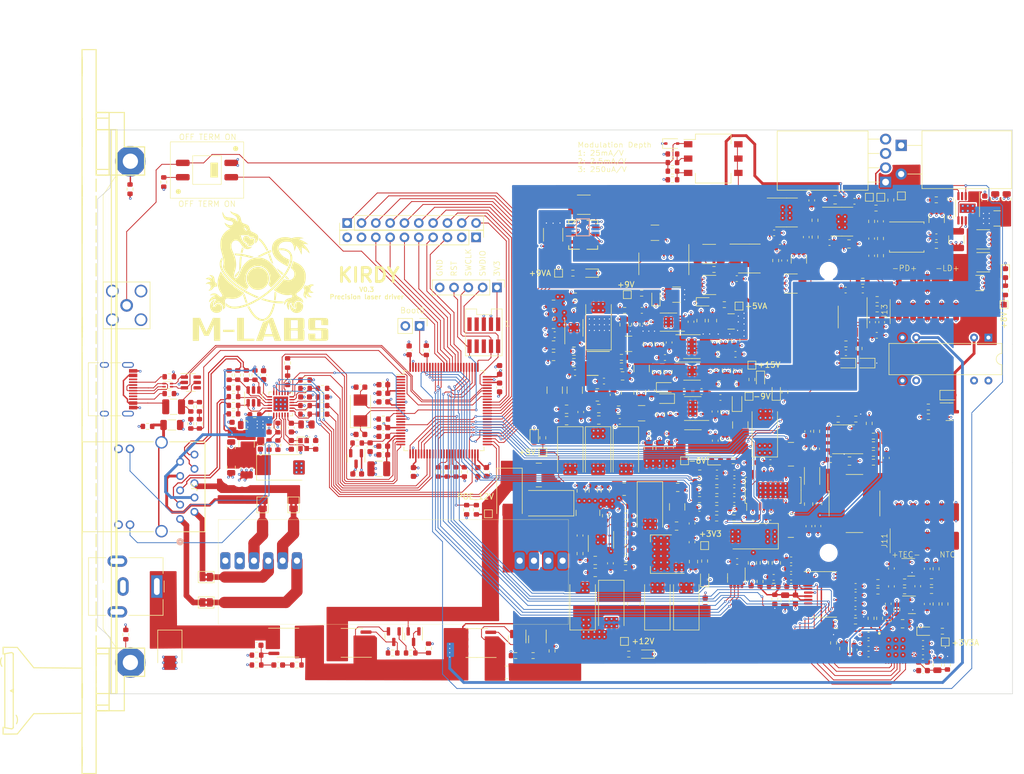
<source format=kicad_pcb>
(kicad_pcb (version 20221018) (generator pcbnew)

  (general
    (thickness 1.6)
  )

  (paper "A4")
  (layers
    (0 "F.Cu" jumper)
    (1 "In1.Cu" signal)
    (2 "In2.Cu" signal)
    (31 "B.Cu" signal)
    (32 "B.Adhes" user "B.Adhesive")
    (33 "F.Adhes" user "F.Adhesive")
    (34 "B.Paste" user)
    (35 "F.Paste" user)
    (36 "B.SilkS" user "B.Silkscreen")
    (37 "F.SilkS" user "F.Silkscreen")
    (38 "B.Mask" user)
    (39 "F.Mask" user)
    (40 "Dwgs.User" user "User.Drawings")
    (41 "Cmts.User" user "User.Comments")
    (42 "Eco1.User" user "User.Eco1")
    (43 "Eco2.User" user "User.Eco2")
    (44 "Edge.Cuts" user)
    (45 "Margin" user)
    (46 "B.CrtYd" user "B.Courtyard")
    (47 "F.CrtYd" user "F.Courtyard")
    (48 "B.Fab" user)
    (49 "F.Fab" user)
    (50 "User.1" user)
    (51 "User.2" user)
    (52 "User.3" user)
    (53 "User.4" user)
    (54 "User.5" user)
    (55 "User.6" user)
    (56 "User.7" user)
    (57 "User.8" user)
    (58 "User.9" user)
  )

  (setup
    (stackup
      (layer "F.SilkS" (type "Top Silk Screen"))
      (layer "F.Paste" (type "Top Solder Paste"))
      (layer "F.Mask" (type "Top Solder Mask") (thickness 0.01))
      (layer "F.Cu" (type "copper") (thickness 0.035))
      (layer "dielectric 1" (type "core") (thickness 0.48) (material "FR4") (epsilon_r 4.5) (loss_tangent 0.02))
      (layer "In1.Cu" (type "copper") (thickness 0.035))
      (layer "dielectric 2" (type "prepreg") (thickness 0.48) (material "FR4") (epsilon_r 4.5) (loss_tangent 0.02))
      (layer "In2.Cu" (type "copper") (thickness 0.035))
      (layer "dielectric 3" (type "core") (thickness 0.48) (material "FR4") (epsilon_r 4.5) (loss_tangent 0.02))
      (layer "B.Cu" (type "copper") (thickness 0.035))
      (layer "B.Mask" (type "Bottom Solder Mask") (thickness 0.01))
      (layer "B.Paste" (type "Bottom Solder Paste"))
      (layer "B.SilkS" (type "Bottom Silk Screen"))
      (copper_finish "ENIG")
      (dielectric_constraints no)
    )
    (pad_to_mask_clearance 0)
    (pcbplotparams
      (layerselection 0x00010fc_ffffffff)
      (plot_on_all_layers_selection 0x0000000_00000000)
      (disableapertmacros false)
      (usegerberextensions true)
      (usegerberattributes false)
      (usegerberadvancedattributes false)
      (creategerberjobfile true)
      (dashed_line_dash_ratio 12.000000)
      (dashed_line_gap_ratio 3.000000)
      (svgprecision 6)
      (plotframeref false)
      (viasonmask false)
      (mode 1)
      (useauxorigin false)
      (hpglpennumber 1)
      (hpglpenspeed 20)
      (hpglpendiameter 15.000000)
      (dxfpolygonmode true)
      (dxfimperialunits true)
      (dxfusepcbnewfont true)
      (psnegative false)
      (psa4output false)
      (plotreference false)
      (plotvalue false)
      (plotinvisibletext false)
      (sketchpadsonfab false)
      (subtractmaskfromsilk true)
      (outputformat 1)
      (mirror false)
      (drillshape 0)
      (scaleselection 1)
      (outputdirectory "gerbers")
    )
  )

  (net 0 "")
  (net 1 "+5VA")
  (net 2 "GND")
  (net 3 "Net-(U1-VOUT_F)")
  (net 4 "Net-(U4--)")
  (net 5 "Net-(U2-OUT)")
  (net 6 "Net-(U4-+)")
  (net 7 "+9VA")
  (net 8 "-6V")
  (net 9 "+15V")
  (net 10 "Net-(U6-+)")
  (net 11 "Net-(C13-Pad2)")
  (net 12 "/MCU/PD_MON")
  (net 13 "Net-(C18-Pad2)")
  (net 14 "Net-(C18-Pad1)")
  (net 15 "Net-(U5B-+)")
  (net 16 "+3V3")
  (net 17 "Net-(U6--)")
  (net 18 "Net-(Q2-G)")
  (net 19 "/MCU/VREF")
  (net 20 "+12V")
  (net 21 "Net-(C25-Pad2)")
  (net 22 "Net-(C26-Pad2)")
  (net 23 "Net-(C26-Pad1)")
  (net 24 "Net-(C27-Pad1)")
  (net 25 "/driveStage/PD_C")
  (net 26 "Net-(C28-Pad1)")
  (net 27 "-9V")
  (net 28 "IN")
  (net 29 "Net-(U8-VCAP_1)")
  (net 30 "Net-(U8-VCAP_2)")
  (net 31 "Net-(C52-Pad1)")
  (net 32 "Net-(U8-PH0)")
  (net 33 "Net-(U8-PH1)")
  (net 34 "/MCU/VDDA")
  (net 35 "Net-(D6-K)")
  (net 36 "Net-(D5-A)")
  (net 37 "Net-(U9-C+)")
  (net 38 "Net-(D5-K)")
  (net 39 "Net-(C57-Pad1)")
  (net 40 "+9V")
  (net 41 "+8V")
  (net 42 "+3.3VA")
  (net 43 "/thermostat/DAC_REF")
  (net 44 "Net-(U9-C-)")
  (net 45 "Net-(D7-A)")
  (net 46 "Net-(U16-PGFB)")
  (net 47 "/thermostat/MAXV")
  (net 48 "/thermostat/MAXIP")
  (net 49 "/thermostat/MAXIN")
  (net 50 "Net-(U11-EN{slash}UV)")
  (net 51 "Net-(U12-EN{slash}UV)")
  (net 52 "Net-(U13-EN{slash}UV)")
  (net 53 "/MCU/TEC_ISEN")
  (net 54 "Net-(U15-EN{slash}UV)")
  (net 55 "/MCU/TEC_VREF")
  (net 56 "Net-(U14-EN{slash}UV)")
  (net 57 "Net-(U11-SET)")
  (net 58 "Net-(U16-SET)")
  (net 59 "+5V")
  (net 60 "Net-(U12-SET)")
  (net 61 "Net-(U13-SET)")
  (net 62 "Net-(U14-SET)")
  (net 63 "Net-(U15-SET)")
  (net 64 "Net-(U19-REGCAPD)")
  (net 65 "Net-(U18-REGCAPD)")
  (net 66 "Net-(U21-CTLI)")
  (net 67 "Net-(U18-REFOUT)")
  (net 68 "Net-(U18-REGCAPA)")
  (net 69 "Net-(U19-REGCAPA)")
  (net 70 "Net-(U21-COMP)")
  (net 71 "Net-(U21-CS)")
  (net 72 "Net-(U21-OS2)")
  (net 73 "/Ehternet/AVDDT_PHY")
  (net 74 "/Ehternet/ETH_SHIELD")
  (net 75 "Net-(U23-VIN)")
  (net 76 "Net-(U23-SS{slash}TR)")
  (net 77 "/MCU/RST")
  (net 78 "Net-(FB12-Pad1)")
  (net 79 "/thermostat/TEC+")
  (net 80 "/thermostat/TEC-")
  (net 81 "Net-(U23-BOOT)")
  (net 82 "/MCU/USB_DP")
  (net 83 "/MCU/USB_DN")
  (net 84 "/MCU/SWDIO")
  (net 85 "/MCU/SWCLK")
  (net 86 "Net-(U23-COMP)")
  (net 87 "/digital supply/+12V_Barrel_Jack")
  (net 88 "Net-(Q4-G)")
  (net 89 "Net-(U24-VI)")
  (net 90 "Net-(U26-XTAL2)")
  (net 91 "Net-(U26-XTAL1)")
  (net 92 "Net-(U26-VDDCR)")
  (net 93 "Net-(D1-A2)")
  (net 94 "/driveStage/LD-")
  (net 95 "/thermostat/NTC+")
  (net 96 "/thermostat/NTC-")
  (net 97 "Net-(D4-A)")
  (net 98 "Net-(U27-VBUS)")
  (net 99 "Net-(L3-Pad1)")
  (net 100 "Net-(U21-OS1)")
  (net 101 "Net-(FL2-Pad4)")
  (net 102 "Net-(FL2-Pad1)")
  (net 103 "Net-(J4-Pin_8)")
  (net 104 "Net-(J4-Pin_7)")
  (net 105 "Net-(J4-Pin_6)")
  (net 106 "Net-(J4-Pin_5)")
  (net 107 "Net-(J4-Pin_4)")
  (net 108 "Net-(J4-Pin_3)")
  (net 109 "Net-(J5-Pin_10)")
  (net 110 "Net-(J5-Pin_9)")
  (net 111 "Net-(J5-Pin_8)")
  (net 112 "Net-(J5-Pin_7)")
  (net 113 "Net-(J5-Pin_6)")
  (net 114 "Net-(J5-Pin_5)")
  (net 115 "Net-(J5-Pin_4)")
  (net 116 "Net-(J5-Pin_3)")
  (net 117 "Net-(J5-Pin_2)")
  (net 118 "Net-(J5-Pin_1)")
  (net 119 "unconnected-(J6-Pin_6-Pad6)")
  (net 120 "/MCU/PWM_MAXV")
  (net 121 "/MCU/PWM_MAXIP")
  (net 122 "/MCU/PWM_MAXIN")
  (net 123 "unconnected-(J6-Pin_7-Pad7)")
  (net 124 "unconnected-(J6-Pin_8-Pad8)")
  (net 125 "unconnected-(J6-Pin_9-Pad9)")
  (net 126 "/MCU/TEC_VSEN")
  (net 127 "/Ehternet/POE_VC2-")
  (net 128 "/Ehternet/POE_VC1-")
  (net 129 "/MCU/POE_PWR_SRC")
  (net 130 "/Ehternet/RMII_RXD0")
  (net 131 "/Ehternet/POE_VC2+")
  (net 132 "/Ehternet/RMII_RXD1")
  (net 133 "/Ehternet/POE_VC1+")
  (net 134 "/Ehternet/RMII_CRS_DV")
  (net 135 "/Ehternet/RMII_REF_CLK")
  (net 136 "/Ehternet/RMII_MDIO")
  (net 137 "Net-(J9-Pad11)")
  (net 138 "/Ehternet/ETH_LED_1")
  (net 139 "Net-(J9-Pad13)")
  (net 140 "/Ehternet/PHY_TD_P")
  (net 141 "/Ehternet/PHY_TD_N")
  (net 142 "/Ehternet/PHY_RD_P")
  (net 143 "/Ehternet/PHY_RD_N")
  (net 144 "/Ehternet/ETH_LED_2")
  (net 145 "unconnected-(J10-SBU2-PadB8)")
  (net 146 "Net-(J10-CC2)")
  (net 147 "/MCU/USB_VBUS")
  (net 148 "/MCU/LDAC_LOAD")
  (net 149 "/MCU/LDAC_CLK")
  (net 150 "/MCU/LDAC_MOSI")
  (net 151 "/MCU/LDAC_CS")
  (net 152 "/MCU/TADC_SYNC")
  (net 153 "/MCU/TADC_MISO")
  (net 154 "/MCU/TDAC_MOSI")
  (net 155 "/MCU/TADC_CLK")
  (net 156 "/MCU/TDAC_CLK")
  (net 157 "/MCU/TADC_CS")
  (net 158 "/MCU/TDAC_SYNC")
  (net 159 "/MCU/TADC_MOSI")
  (net 160 "unconnected-(J10-SBU1-PadA8)")
  (net 161 "Net-(J10-CC1)")
  (net 162 "Net-(JP1-A)")
  (net 163 "Net-(JP2-B)")
  (net 164 "Net-(JP3-B)")
  (net 165 "Net-(JP4-B)")
  (net 166 "Net-(JP5-B)")
  (net 167 "Net-(L4-Pad1)")
  (net 168 "Net-(Q9-E)")
  (net 169 "Net-(Q1-G)")
  (net 170 "Net-(Q2-S-Pad1)")
  (net 171 "Net-(Q3-B)")
  (net 172 "Net-(Q5-G)")
  (net 173 "/Ehternet/RMII_MDC")
  (net 174 "/Ehternet/PHY_NRST")
  (net 175 "Net-(Q6-B)")
  (net 176 "Net-(Q7-B)")
  (net 177 "Net-(Q8-G)")
  (net 178 "Net-(Q9-B)")
  (net 179 "Net-(R3-Pad2)")
  (net 180 "/Ehternet/RMII_TX_EN")
  (net 181 "/Ehternet/RMII_TXD0")
  (net 182 "/Ehternet/RMII_TXD1")
  (net 183 "Net-(R5-Pad2)")
  (net 184 "Net-(U3--)")
  (net 185 "Net-(U5B--)")
  (net 186 "Net-(U7-OUT)")
  (net 187 "Net-(U8-PE8)")
  (net 188 "Net-(U8-PE9)")
  (net 189 "Net-(U8-PE10)")
  (net 190 "Net-(U8-PE11)")
  (net 191 "Net-(U16-ILIM)")
  (net 192 "Net-(U10-SET)")
  (net 193 "Net-(U17-VFB)")
  (net 194 "Net-(U20B--)")
  (net 195 "Net-(U18-AIN0)")
  (net 196 "Net-(U18-AIN1)")
  (net 197 "Net-(U19-AIN0{slash}REF2-)")
  (net 198 "Net-(U19-AIN1{slash}REF2+)")
  (net 199 "unconnected-(K1-Pad14)")
  (net 200 "Net-(U20A-+)")
  (net 201 "Net-(U20A--)")
  (net 202 "Net-(U23-EN)")
  (net 203 "Net-(U23-RT{slash}CLK)")
  (net 204 "Net-(U23-VSENSE)")
  (net 205 "Net-(U26-RXD0)")
  (net 206 "Net-(U26-RXD1)")
  (net 207 "Net-(U26-CRS_DV)")
  (net 208 "Net-(U26-nINT)")
  (net 209 "Net-(U26-RXER)")
  (net 210 "Net-(U26-RBIAS)")
  (net 211 "Net-(U3-+)")
  (net 212 "Net-(U1-VOUT_S)")
  (net 213 "unconnected-(U2-INV-Pad13)")
  (net 214 "unconnected-(U2-NC-Pad9)")
  (net 215 "unconnected-(U2-RFB-Pad1)")
  (net 216 "unconnected-(U8-PE1-Pad98)")
  (net 217 "unconnected-(U8-PE0-Pad97)")
  (net 218 "unconnected-(U8-PB9-Pad96)")
  (net 219 "unconnected-(U8-PA10-Pad69)")
  (net 220 "unconnected-(U8-PA8-Pad67)")
  (net 221 "unconnected-(U8-PE15-Pad46)")
  (net 222 "unconnected-(U8-PE14-Pad45)")
  (net 223 "/MCU/LD_EN")
  (net 224 "unconnected-(U8-PE13-Pad44)")
  (net 225 "unconnected-(U8-PE12-Pad43)")
  (net 226 "unconnected-(U8-PE7-Pad38)")
  (net 227 "unconnected-(U8-PB2-Pad37)")
  (net 228 "/MCU/TEC_~{SHDN}")
  (net 229 "/MCU/~{LD_SHORT}")
  (net 230 "unconnected-(U8-PC2-Pad17)")
  (net 231 "unconnected-(U8-PC0-Pad15)")
  (net 232 "unconnected-(U8-PC15-Pad9)")
  (net 233 "unconnected-(U8-PC14-Pad8)")
  (net 234 "unconnected-(U8-PC13-Pad7)")
  (net 235 "unconnected-(U8-PE6-Pad5)")
  (net 236 "unconnected-(U8-PE5-Pad4)")
  (net 237 "unconnected-(U8-PE4-Pad3)")
  (net 238 "unconnected-(U8-PE3-Pad2)")
  (net 239 "unconnected-(U8-PE2-Pad1)")
  (net 240 "12Vin")
  (net 241 "unconnected-(U9-NC-Pad12)")
  (net 242 "unconnected-(U9-NC-Pad7)")
  (net 243 "unconnected-(U9-NC-Pad6)")
  (net 244 "unconnected-(U9-NC-Pad3)")
  (net 245 "unconnected-(U9-NC-Pad1)")
  (net 246 "unconnected-(U10-ILIM-Pad5)")
  (net 247 "unconnected-(U11-PG-Pad4)")
  (net 248 "unconnected-(U12-PG-Pad5)")
  (net 249 "unconnected-(U13-PG-Pad4)")
  (net 250 "unconnected-(U14-VIOC-Pad7)")
  (net 251 "unconnected-(U14-PG-Pad4)")
  (net 252 "unconnected-(U15-PG-Pad4)")
  (net 253 "unconnected-(U16-PG-Pad5)")
  (net 254 "unconnected-(U18-GPIO1-Pad20)")
  (net 255 "unconnected-(U18-GPIO0-Pad19)")
  (net 256 "unconnected-(U18-XTAL2{slash}CLKIO-Pad10)")
  (net 257 "unconnected-(U18-XTAL1-Pad9)")
  (net 258 "unconnected-(U19-DNC-Pad3)")
  (net 259 "unconnected-(U19-PDSW-Pad8)")
  (net 260 "unconnected-(U19-XTAL1-Pad9)")
  (net 261 "unconnected-(U19-XTAL2{slash}CLKIO-Pad10)")
  (net 262 "unconnected-(U19-~{ERROR}-Pad15)")
  (net 263 "unconnected-(U19-GPIO0-Pad20)")
  (net 264 "unconnected-(U19-GPIO1-Pad21)")
  (net 265 "unconnected-(U19-GPIO2-Pad22)")
  (net 266 "unconnected-(U19-AIN2-Pad23)")
  (net 267 "unconnected-(U19-AIN3-Pad24)")
  (net 268 "unconnected-(U19-AIN4-Pad25)")
  (net 269 "unconnected-(U19-AIN5-Pad26)")
  (net 270 "unconnected-(U19-AIN6-Pad27)")
  (net 271 "unconnected-(U19-AIN7-Pad28)")
  (net 272 "unconnected-(U19-AIN8-Pad29)")
  (net 273 "unconnected-(U19-GPO3-Pad30)")
  (net 274 "Net-(U20B-+)")
  (net 275 "unconnected-(U22-NC-Pad2)")
  (net 276 "unconnected-(U22-NC-Pad1)")
  (net 277 "unconnected-(U23-PWRGD-Pad14)")
  (net 278 "unconnected-(U27-I{slash}O4-Pad6)")
  (net 279 "unconnected-(U27-I{slash}O3-Pad4)")
  (net 280 "/Ehternet/RJ45_RD_N")
  (net 281 "/Ehternet/RJ45_RD_P")
  (net 282 "/Ehternet/RJ45_TD_N")
  (net 283 "/Ehternet/RJ45_TD_P")
  (net 284 "/thermostat/ADC1_REF")
  (net 285 "/thermostat/ADC1_A3V3")
  (net 286 "/thermostat/ADC1_D3V3")
  (net 287 "/thermostat/ADC2_D3V3")
  (net 288 "/thermostat/ADC2_A3V3")
  (net 289 "/thermostat/ADC2_REF")
  (net 290 "Net-(C124-Pad1)")
  (net 291 "Net-(C125-Pad1)")
  (net 292 "Net-(C126-Pad1)")
  (net 293 "Net-(C156-Pad2)")
  (net 294 "Net-(C157-Pad2)")
  (net 295 "Net-(C166-Pad2)")
  (net 296 "Net-(C167-Pad2)")
  (net 297 "Net-(C177-Pad2)")
  (net 298 "Net-(C178-Pad1)")
  (net 299 "Net-(C179-Pad1)")
  (net 300 "Net-(C187-Pad2)")
  (net 301 "Net-(C188-Pad1)")
  (net 302 "Net-(C208-Pad1)")
  (net 303 "Net-(R7-Pad2)")
  (net 304 "Net-(R23-Pad2)")
  (net 305 "unconnected-(R25-Pad3)")
  (net 306 "Net-(R35-Pad2)")
  (net 307 "Net-(R66-Pad2)")
  (net 308 "Net-(R121-Pad2)")
  (net 309 "Net-(R122-Pad1)")
  (net 310 "unconnected-(J4-Pin_9-Pad9)")
  (net 311 "/MCU/TERM_STAT")
  (net 312 "Net-(MH1-Pad1)")
  (net 313 "Net-(MH1-Pad2)")
  (net 314 "Net-(U21-REF)")
  (net 315 "Net-(D12-A)")
  (net 316 "Net-(D13-A)")
  (net 317 "Net-(D14-A)")
  (net 318 "Net-(D15-A)")
  (net 319 "Net-(D16-A)")
  (net 320 "Net-(D17-A)")
  (net 321 "Net-(D18-A)")
  (net 322 "Net-(D19-A)")
  (net 323 "Net-(D20-A)")
  (net 324 "Net-(D21-A)")
  (net 325 "Net-(D11-A)")
  (net 326 "/digital supply/POE_12V")

  (footprint "Resistor_SMD:R_0603_1608Metric" (layer "F.Cu") (at 34.544 45.8338 180))

  (footprint "Resistor_SMD:R_0603_1608Metric" (layer "F.Cu") (at 56.4334 91.9319 90))

  (footprint "Capacitor_SMD:C_0603_1608Metric" (layer "F.Cu") (at 34.544 47.3578))

  (footprint "Capacitor_SMD:C_0603_1608Metric" (layer "F.Cu") (at 138.5316 80.9498 90))

  (footprint "Package_TO_SOT_SMD:SOT-23" (layer "F.Cu") (at 50.2782 89.8694 -90))

  (footprint "Capacitor_SMD:C_0805_2012Metric" (layer "F.Cu") (at 103.4288 76.5556 -90))

  (footprint "Inductor_SMD:L_1210_3225Metric" (layer "F.Cu") (at 47.617 60.0964))

  (footprint "Capacitor_SMD:C_0603_1608Metric" (layer "F.Cu") (at 104.4956 63.9706 180))

  (footprint "Capacitor_SMD:C_0603_1608Metric" (layer "F.Cu") (at 78.8126 36.3114 180))

  (footprint "Resistor_SMD:R_0603_1608Metric" (layer "F.Cu") (at 119.634 46.482 -90))

  (footprint "Capacitor_SMD:C_0603_1608Metric" (layer "F.Cu") (at 137.6328 58.1658 90))

  (footprint "Package_QFP:LQFP-100_14x14mm_P0.5mm" (layer "F.Cu") (at 59.182 49.7798))

  (footprint "Capacitor_SMD:C_0603_1608Metric" (layer "F.Cu") (at 104.4956 67.1332 180))

  (footprint "Resistor_SMD:R_0603_1608Metric" (layer "F.Cu") (at 33.0855 94.896))

  (footprint "Resistor_SMD:R_0603_1608Metric" (layer "F.Cu") (at 37.6308 47.3578 180))

  (footprint "Inductor_SMD:L_1008_2520Metric" (layer "F.Cu") (at 91.7448 46.6344 -90))

  (footprint "Capacitor_SMD:C_0603_1608Metric" (layer "F.Cu") (at 110.6875 60.8397))

  (footprint "Capacitor_SMD:C_0805_2012Metric" (layer "F.Cu") (at 94.1832 46.3922 -90))

  (footprint "Resistor_SMD:R_0603_1608Metric" (layer "F.Cu") (at 115.239 80.0856 -90))

  (footprint "Resistor_SMD:R_0603_1608Metric" (layer "F.Cu") (at 37.6308 45.8338 180))

  (footprint "Resistor_SMD:R_0603_1608Metric" (layer "F.Cu") (at 132.1684 87.096))

  (footprint "Resistor_SMD:R_0603_1608Metric" (layer "F.Cu") (at 104.4956 62.3984))

  (footprint "Resistor_SMD:R_0603_1608Metric" (layer "F.Cu") (at 78.35 92.4 90))

  (footprint "Capacitor_SMD:C_0603_1608Metric" (layer "F.Cu") (at 135.0256 22.3134 -90))

  (footprint "Capacitor_SMD:C_0603_1608Metric" (layer "F.Cu") (at 99.3394 50.1786 90))

  (footprint "Diode_SMD:D_SMB" (layer "F.Cu") (at 10.5615 92.364 -90))

  (footprint "Capacitor_SMD:C_0603_1608Metric" (layer "F.Cu") (at 78.8126 32.7046 180))

  (footprint "Resistor_SMD:R_0603_1608Metric" (layer "F.Cu") (at 21.844 50.355))

  (footprint "Resistor_SMD:R_0603_1608Metric" (layer "F.Cu") (at 145.0848 49.1476))

  (footprint "Capacitor_SMD:C_0805_2012Metric" (layer "F.Cu") (at 82.2198 41.2662 180))

  (footprint "Package_SO:SOIC-8-1EP_3.9x4.9mm_P1.27mm_EP2.29x3mm" (layer "F.Cu") (at 119.9378 14.6424))

  (footprint "Capacitor_SMD:C_0805_2012Metric" (layer "F.Cu") (at 86.0044 76.3524 180))

  (footprint "Package_TO_SOT_SMD:SOT-23-6" (layer "F.Cu") (at 25.4 47.2562 90))

  (footprint "Resistor_SMD:R_0603_1608Metric" (layer "F.Cu") (at 158.75 28.448 -90))

  (footprint "LED_SMD:LED_0603_1608Metric" (layer "F.Cu") (at 96.774 29.718 90))

  (footprint "Connector_BarrelJack:BarrelJack_CUI_PJ-063AH_Horizontal" (layer "F.Cu") (at 8.25 80.9732 -90))

  (footprint "TestPoint:TestPoint_Pad_1.0x1.0mm" (layer "F.Cu") (at 76.708 57.15 180))

  (footprint "Capacitor_SMD:C_1812_4532Metric" (layer "F.Cu") (at 154.813 23.4696))

  (footprint "Resistor_SMD:R_0603_1608Metric" (layer "F.Cu") (at 136.144 81.788))

  (footprint "Capacitor_SMD:C_0603_1608Metric" (layer "F.Cu") (at 144.137 91.059))

  (footprint "Resistor_SMD:R_0603_1608Metric" (layer "F.Cu") (at 104.5423 60.8397))

  (footprint "Resistor_SMD:R_0603_1608Metric" (layer "F.Cu") (at 148.463 94.869 90))

  (footprint "Resistor_SMD:R_0603_1608Metric" (layer "F.Cu") (at 107.823 39.7994))

  (footprint "Package_TO_SOT_THT:TO-220F-4_Horizontal_TabDown" (layer "F.Cu")
    (tstamp 17f32e5f-8532-4156-9cbc-a9c62e1aaaa3)
    (at 137.5 9.25 90)
    (descr "TO-220F-4, Horizontal, RM 2.54mm, see https://www.njr.com/semicon/PDF/package/TO-220F-4_E.pdf")
    (tags "TO-220F-4 Horizontal RM 2.54mm")
    (property "MFR_PN" "Y169010R0000T9L")
    (property "Sheetfile" "driveStage.kicad_sch")
    (property "Sheetname" "driveStage")
    (property "dnp" "")
    (property "ki_description" "VPR221 and VPR221Z Series Precision Power Resistor, ")
    (property "ki_keywords" "Precision Power Resistor")
    (path "/7fc2620b-bac4-49c0-a276-7d2a46898037/0eab9295-041d-4ed4-b10a-3c7684b6770c")
    (attr through_hole)
    (fp_text reference "R25" (at 3.81 -20.22 90) (layer "F.SilkS") hide
        (effects (font (size 1 1) (thickness 0.15)))
      (tstamp ddd7039d-8a07-47c2-a5a7-394d7a3b4647)
    )
    (fp_text value "10" (at 3.81 2 90) (layer "F.Fab")
        (effects (font (size 1 1) (thickness 0.15)))
      (tstamp 44af2664-8322-4b15-a93a-1de4160c109e)
    )
    (fp_text user "${REFERENCE}" (at 3.81 -20.22 90) (layer "F.Fab")
        (effects (font (size 1 1) (thickness 0.15)))
      (tstamp 07343274-3b49-4dc2-a91c-8fe3dffb2718)
    )
    (fp_line (start -1.44 -19.22) (end -1.44 -3.11)
      (stroke (width 0.12) (type solid)) (layer "F.SilkS") (tstamp bbb785c2-c928-4bad-9292-865131647d6c))
    (fp_line (start -1.44 -19.22) (end 9.06 -19.22)
      (stroke (width 0.12) (type solid)) (layer "F.SilkS") (tstamp bd8b9de1-c82e-4625-8048-392d07fccc7a))
    (fp_line (start -1.44 -3.11) (end 9.06 -3.11)
      (stroke (width 0.12) (type solid)) (layer "F.SilkS") (tstamp 19fb1ca3-167a-461a-b667-39ca05344a7d))
    (fp_line (start 0 -3.11) (end 0 -1.15)
      (stroke (width 0.12) (type solid)) (layer "F.SilkS") (tstamp 9d94b918-4600-411f-a29f-bbed0a46387a))
    (fp_line (start 2.54 -3.11) (end 2.54 -1.15)
      (stroke (width 0.12) (type solid)) (layer "F.SilkS") (tstamp 042cc0c7-6c8b-4ebc-b0a3-efbcd1621d54))
    (fp_line (start 5.08 -3.11) (end 5.08 -1.15)
      (stroke (width 0.12) (type solid)) (layer "F.SilkS") (tstamp 5e1ad56c-20d2-42f4-b1c3-0b44c9a525a9))
    (fp_line (start 7.62 -3.11) (end 7.62 -1.15)
      (stroke (width 0.12) (type solid)) (layer "F.SilkS") (tstamp ea38074a-9f3e-413f-ba92-90d139d83011))
    (fp_line (start 9.06 -19.22) (end 9.06 -3.11)
      (stroke (width 0.12) (type solid)) (layer "F.SilkS") (tstamp 3948b920-661a-4407-9062-edba42e00ffe))
    (fp_line (start -1.57 -19.35) (end -1.57 1.25)
      (stroke (width 0.05) (type solid)) (layer "F.CrtYd") (tstamp 353e3d44-cfd3-4cda-b095-8663273ec9f0))
    (fp_line (start -1.57 1.25) (end 9.
... [5572801 chars truncated]
</source>
